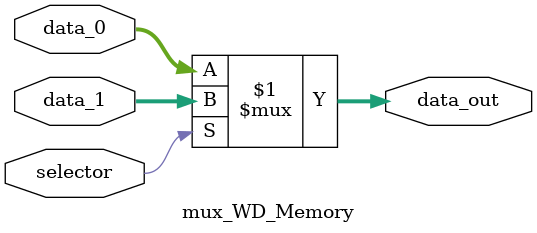
<source format=v>
module mux_WD_Memory(

    input  wire        selector,
    input  wire [31:0] data_0,
    input  wire [31:0] data_1,
    output wire [31:0] data_out

);

assign data_out = (selector) ? data_1 : data_0;

endmodule
</source>
